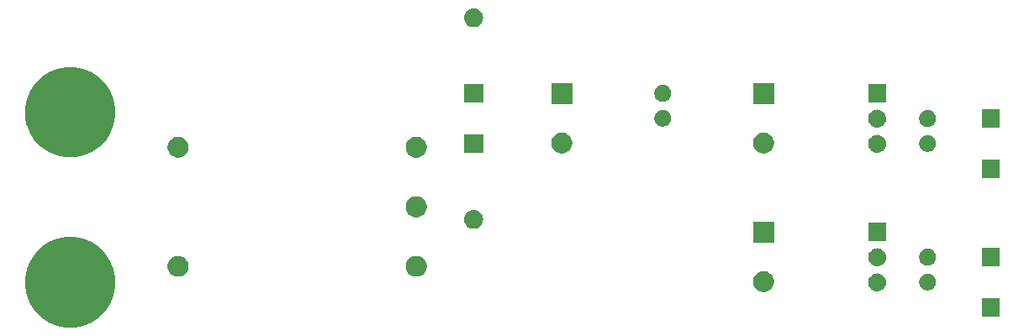
<source format=gts>
G04 #@! TF.GenerationSoftware,KiCad,Pcbnew,(5.0.1-3-g963ef8bb5)*
G04 #@! TF.CreationDate,2018-11-01T01:45:16+09:00*
G04 #@! TF.ProjectId,firstTraining,6669727374547261696E696E672E6B69,rev?*
G04 #@! TF.SameCoordinates,Original*
G04 #@! TF.FileFunction,Soldermask,Top*
G04 #@! TF.FilePolarity,Negative*
%FSLAX46Y46*%
G04 Gerber Fmt 4.6, Leading zero omitted, Abs format (unit mm)*
G04 Created by KiCad (PCBNEW (5.0.1-3-g963ef8bb5)) date 2018年11月01日 木曜日 01:45:16*
%MOMM*%
%LPD*%
G01*
G04 APERTURE LIST*
%ADD10C,0.100000*%
G04 APERTURE END LIST*
D10*
G36*
X74987475Y-89603892D02*
X74987477Y-89603893D01*
X74987478Y-89603893D01*
X75815707Y-89946956D01*
X76557727Y-90442759D01*
X76561096Y-90445010D01*
X77194990Y-91078904D01*
X77194992Y-91078907D01*
X77693044Y-91824293D01*
X77957817Y-92463514D01*
X78036108Y-92652525D01*
X78211000Y-93531764D01*
X78211000Y-94428236D01*
X78115050Y-94910610D01*
X78036107Y-95307478D01*
X77693044Y-96135707D01*
X77325447Y-96685854D01*
X77194990Y-96881096D01*
X76561096Y-97514990D01*
X76561093Y-97514992D01*
X75815707Y-98013044D01*
X74987478Y-98356107D01*
X74987477Y-98356107D01*
X74987475Y-98356108D01*
X74108236Y-98531000D01*
X73211764Y-98531000D01*
X72332525Y-98356108D01*
X72332523Y-98356107D01*
X72332522Y-98356107D01*
X71504293Y-98013044D01*
X70758907Y-97514992D01*
X70758904Y-97514990D01*
X70125010Y-96881096D01*
X69994553Y-96685854D01*
X69626956Y-96135707D01*
X69283893Y-95307478D01*
X69204951Y-94910610D01*
X69109000Y-94428236D01*
X69109000Y-93531764D01*
X69283892Y-92652525D01*
X69362183Y-92463514D01*
X69626956Y-91824293D01*
X70125008Y-91078907D01*
X70125010Y-91078904D01*
X70758904Y-90445010D01*
X70762273Y-90442759D01*
X71504293Y-89946956D01*
X72332522Y-89603893D01*
X72332523Y-89603893D01*
X72332525Y-89603892D01*
X73211764Y-89429000D01*
X74108236Y-89429000D01*
X74987475Y-89603892D01*
X74987475Y-89603892D01*
G37*
G36*
X167271000Y-97421000D02*
X165469000Y-97421000D01*
X165469000Y-95619000D01*
X167271000Y-95619000D01*
X167271000Y-97421000D01*
X167271000Y-97421000D01*
G37*
G36*
X143816565Y-92889389D02*
X144007834Y-92968615D01*
X144179976Y-93083637D01*
X144326363Y-93230024D01*
X144441385Y-93402166D01*
X144520611Y-93593435D01*
X144561000Y-93796484D01*
X144561000Y-94003516D01*
X144520611Y-94206565D01*
X144441385Y-94397834D01*
X144326363Y-94569976D01*
X144179976Y-94716363D01*
X144007834Y-94831385D01*
X143816565Y-94910611D01*
X143613516Y-94951000D01*
X143406484Y-94951000D01*
X143203435Y-94910611D01*
X143012166Y-94831385D01*
X142840024Y-94716363D01*
X142693637Y-94569976D01*
X142578615Y-94397834D01*
X142499389Y-94206565D01*
X142459000Y-94003516D01*
X142459000Y-93796484D01*
X142499389Y-93593435D01*
X142578615Y-93402166D01*
X142693637Y-93230024D01*
X142840024Y-93083637D01*
X143012166Y-92968615D01*
X143203435Y-92889389D01*
X143406484Y-92849000D01*
X143613516Y-92849000D01*
X143816565Y-92889389D01*
X143816565Y-92889389D01*
G37*
G36*
X155050443Y-93085519D02*
X155116627Y-93092037D01*
X155214423Y-93121703D01*
X155286467Y-93143557D01*
X155365596Y-93185853D01*
X155442991Y-93227222D01*
X155478729Y-93256552D01*
X155580186Y-93339814D01*
X155663448Y-93441271D01*
X155692778Y-93477009D01*
X155692779Y-93477011D01*
X155776443Y-93633533D01*
X155776443Y-93633534D01*
X155827963Y-93803373D01*
X155845359Y-93980000D01*
X155827963Y-94156627D01*
X155809554Y-94217312D01*
X155776443Y-94326467D01*
X155704133Y-94461747D01*
X155692778Y-94482991D01*
X155663448Y-94518729D01*
X155580186Y-94620186D01*
X155490064Y-94694146D01*
X155442991Y-94732778D01*
X155442989Y-94732779D01*
X155286467Y-94816443D01*
X155237212Y-94831384D01*
X155116627Y-94867963D01*
X155050443Y-94874481D01*
X154984260Y-94881000D01*
X154895740Y-94881000D01*
X154829557Y-94874481D01*
X154763373Y-94867963D01*
X154642788Y-94831384D01*
X154593533Y-94816443D01*
X154437011Y-94732779D01*
X154437009Y-94732778D01*
X154389936Y-94694146D01*
X154299814Y-94620186D01*
X154216552Y-94518729D01*
X154187222Y-94482991D01*
X154175867Y-94461747D01*
X154103557Y-94326467D01*
X154070446Y-94217312D01*
X154052037Y-94156627D01*
X154034641Y-93980000D01*
X154052037Y-93803373D01*
X154103557Y-93633534D01*
X154103557Y-93633533D01*
X154187221Y-93477011D01*
X154187222Y-93477009D01*
X154216552Y-93441271D01*
X154299814Y-93339814D01*
X154401271Y-93256552D01*
X154437009Y-93227222D01*
X154514404Y-93185853D01*
X154593533Y-93143557D01*
X154665577Y-93121703D01*
X154763373Y-93092037D01*
X154829557Y-93085519D01*
X154895740Y-93079000D01*
X154984260Y-93079000D01*
X155050443Y-93085519D01*
X155050443Y-93085519D01*
G37*
G36*
X160268228Y-93121703D02*
X160423100Y-93185853D01*
X160562481Y-93278985D01*
X160681015Y-93397519D01*
X160774147Y-93536900D01*
X160838297Y-93691772D01*
X160871000Y-93856184D01*
X160871000Y-94023816D01*
X160838297Y-94188228D01*
X160774147Y-94343100D01*
X160681015Y-94482481D01*
X160562481Y-94601015D01*
X160423100Y-94694147D01*
X160268228Y-94758297D01*
X160103816Y-94791000D01*
X159936184Y-94791000D01*
X159771772Y-94758297D01*
X159616900Y-94694147D01*
X159477519Y-94601015D01*
X159358985Y-94482481D01*
X159265853Y-94343100D01*
X159201703Y-94188228D01*
X159169000Y-94023816D01*
X159169000Y-93856184D01*
X159201703Y-93691772D01*
X159265853Y-93536900D01*
X159358985Y-93397519D01*
X159477519Y-93278985D01*
X159616900Y-93185853D01*
X159771772Y-93121703D01*
X159936184Y-93089000D01*
X160103816Y-93089000D01*
X160268228Y-93121703D01*
X160268228Y-93121703D01*
G37*
G36*
X108826565Y-91349389D02*
X109017834Y-91428615D01*
X109189976Y-91543637D01*
X109336363Y-91690024D01*
X109451385Y-91862166D01*
X109530611Y-92053435D01*
X109571000Y-92256484D01*
X109571000Y-92463516D01*
X109530611Y-92666565D01*
X109451385Y-92857834D01*
X109336363Y-93029976D01*
X109189976Y-93176363D01*
X109017834Y-93291385D01*
X108826565Y-93370611D01*
X108623516Y-93411000D01*
X108416484Y-93411000D01*
X108213435Y-93370611D01*
X108022166Y-93291385D01*
X107850024Y-93176363D01*
X107703637Y-93029976D01*
X107588615Y-92857834D01*
X107509389Y-92666565D01*
X107469000Y-92463516D01*
X107469000Y-92256484D01*
X107509389Y-92053435D01*
X107588615Y-91862166D01*
X107703637Y-91690024D01*
X107850024Y-91543637D01*
X108022166Y-91428615D01*
X108213435Y-91349389D01*
X108416484Y-91309000D01*
X108623516Y-91309000D01*
X108826565Y-91349389D01*
X108826565Y-91349389D01*
G37*
G36*
X84826565Y-91349389D02*
X85017834Y-91428615D01*
X85189976Y-91543637D01*
X85336363Y-91690024D01*
X85451385Y-91862166D01*
X85530611Y-92053435D01*
X85571000Y-92256484D01*
X85571000Y-92463516D01*
X85530611Y-92666565D01*
X85451385Y-92857834D01*
X85336363Y-93029976D01*
X85189976Y-93176363D01*
X85017834Y-93291385D01*
X84826565Y-93370611D01*
X84623516Y-93411000D01*
X84416484Y-93411000D01*
X84213435Y-93370611D01*
X84022166Y-93291385D01*
X83850024Y-93176363D01*
X83703637Y-93029976D01*
X83588615Y-92857834D01*
X83509389Y-92666565D01*
X83469000Y-92463516D01*
X83469000Y-92256484D01*
X83509389Y-92053435D01*
X83588615Y-91862166D01*
X83703637Y-91690024D01*
X83850024Y-91543637D01*
X84022166Y-91428615D01*
X84213435Y-91349389D01*
X84416484Y-91309000D01*
X84623516Y-91309000D01*
X84826565Y-91349389D01*
X84826565Y-91349389D01*
G37*
G36*
X167271000Y-92341000D02*
X165469000Y-92341000D01*
X165469000Y-90539000D01*
X167271000Y-90539000D01*
X167271000Y-92341000D01*
X167271000Y-92341000D01*
G37*
G36*
X155050443Y-90545519D02*
X155116627Y-90552037D01*
X155229853Y-90586384D01*
X155286467Y-90603557D01*
X155381481Y-90654344D01*
X155442991Y-90687222D01*
X155478729Y-90716552D01*
X155580186Y-90799814D01*
X155660369Y-90897519D01*
X155692778Y-90937009D01*
X155692779Y-90937011D01*
X155776443Y-91093533D01*
X155776443Y-91093534D01*
X155827963Y-91263373D01*
X155845359Y-91440000D01*
X155827963Y-91616627D01*
X155806243Y-91688228D01*
X155776443Y-91786467D01*
X155735981Y-91862165D01*
X155692778Y-91942991D01*
X155663448Y-91978729D01*
X155580186Y-92080186D01*
X155478729Y-92163448D01*
X155442991Y-92192778D01*
X155442989Y-92192779D01*
X155286467Y-92276443D01*
X155238478Y-92291000D01*
X155116627Y-92327963D01*
X155050443Y-92334481D01*
X154984260Y-92341000D01*
X154895740Y-92341000D01*
X154829557Y-92334481D01*
X154763373Y-92327963D01*
X154641522Y-92291000D01*
X154593533Y-92276443D01*
X154437011Y-92192779D01*
X154437009Y-92192778D01*
X154401271Y-92163448D01*
X154299814Y-92080186D01*
X154216552Y-91978729D01*
X154187222Y-91942991D01*
X154144019Y-91862165D01*
X154103557Y-91786467D01*
X154073757Y-91688228D01*
X154052037Y-91616627D01*
X154034641Y-91440000D01*
X154052037Y-91263373D01*
X154103557Y-91093534D01*
X154103557Y-91093533D01*
X154187221Y-90937011D01*
X154187222Y-90937009D01*
X154219631Y-90897519D01*
X154299814Y-90799814D01*
X154401271Y-90716552D01*
X154437009Y-90687222D01*
X154498519Y-90654344D01*
X154593533Y-90603557D01*
X154650147Y-90586384D01*
X154763373Y-90552037D01*
X154829558Y-90545518D01*
X154895740Y-90539000D01*
X154984260Y-90539000D01*
X155050443Y-90545519D01*
X155050443Y-90545519D01*
G37*
G36*
X160268228Y-90621703D02*
X160423100Y-90685853D01*
X160562481Y-90778985D01*
X160681015Y-90897519D01*
X160774147Y-91036900D01*
X160838297Y-91191772D01*
X160871000Y-91356184D01*
X160871000Y-91523816D01*
X160838297Y-91688228D01*
X160774147Y-91843100D01*
X160681015Y-91982481D01*
X160562481Y-92101015D01*
X160423100Y-92194147D01*
X160268228Y-92258297D01*
X160103816Y-92291000D01*
X159936184Y-92291000D01*
X159771772Y-92258297D01*
X159616900Y-92194147D01*
X159477519Y-92101015D01*
X159358985Y-91982481D01*
X159265853Y-91843100D01*
X159201703Y-91688228D01*
X159169000Y-91523816D01*
X159169000Y-91356184D01*
X159201703Y-91191772D01*
X159265853Y-91036900D01*
X159358985Y-90897519D01*
X159477519Y-90778985D01*
X159616900Y-90685853D01*
X159771772Y-90621703D01*
X159936184Y-90589000D01*
X160103816Y-90589000D01*
X160268228Y-90621703D01*
X160268228Y-90621703D01*
G37*
G36*
X144561000Y-89951000D02*
X142459000Y-89951000D01*
X142459000Y-87849000D01*
X144561000Y-87849000D01*
X144561000Y-89951000D01*
X144561000Y-89951000D01*
G37*
G36*
X155841000Y-89801000D02*
X154039000Y-89801000D01*
X154039000Y-87999000D01*
X155841000Y-87999000D01*
X155841000Y-89801000D01*
X155841000Y-89801000D01*
G37*
G36*
X114486425Y-86692760D02*
X114486428Y-86692761D01*
X114486429Y-86692761D01*
X114665693Y-86747140D01*
X114665695Y-86747141D01*
X114830905Y-86835448D01*
X114975712Y-86954288D01*
X115094552Y-87099095D01*
X115094553Y-87099097D01*
X115182860Y-87264307D01*
X115237239Y-87443571D01*
X115237240Y-87443575D01*
X115255601Y-87630000D01*
X115237240Y-87816425D01*
X115237239Y-87816428D01*
X115237239Y-87816429D01*
X115227359Y-87849000D01*
X115182859Y-87995695D01*
X115094552Y-88160905D01*
X114975712Y-88305712D01*
X114830905Y-88424552D01*
X114830903Y-88424553D01*
X114665693Y-88512860D01*
X114486429Y-88567239D01*
X114486428Y-88567239D01*
X114486425Y-88567240D01*
X114346718Y-88581000D01*
X114253282Y-88581000D01*
X114113575Y-88567240D01*
X114113572Y-88567239D01*
X114113571Y-88567239D01*
X113934307Y-88512860D01*
X113769097Y-88424553D01*
X113769095Y-88424552D01*
X113624288Y-88305712D01*
X113505448Y-88160905D01*
X113417141Y-87995695D01*
X113372642Y-87849000D01*
X113362761Y-87816429D01*
X113362761Y-87816428D01*
X113362760Y-87816425D01*
X113344399Y-87630000D01*
X113362760Y-87443575D01*
X113362761Y-87443571D01*
X113417140Y-87264307D01*
X113505447Y-87099097D01*
X113505448Y-87099095D01*
X113624288Y-86954288D01*
X113769095Y-86835448D01*
X113934305Y-86747141D01*
X113934307Y-86747140D01*
X114113571Y-86692761D01*
X114113572Y-86692761D01*
X114113575Y-86692760D01*
X114253282Y-86679000D01*
X114346718Y-86679000D01*
X114486425Y-86692760D01*
X114486425Y-86692760D01*
G37*
G36*
X108826565Y-85349389D02*
X109017834Y-85428615D01*
X109189976Y-85543637D01*
X109336363Y-85690024D01*
X109451385Y-85862166D01*
X109530611Y-86053435D01*
X109571000Y-86256484D01*
X109571000Y-86463516D01*
X109530611Y-86666565D01*
X109451385Y-86857834D01*
X109336363Y-87029976D01*
X109189976Y-87176363D01*
X109017834Y-87291385D01*
X108826565Y-87370611D01*
X108623516Y-87411000D01*
X108416484Y-87411000D01*
X108213435Y-87370611D01*
X108022166Y-87291385D01*
X107850024Y-87176363D01*
X107703637Y-87029976D01*
X107588615Y-86857834D01*
X107509389Y-86666565D01*
X107469000Y-86463516D01*
X107469000Y-86256484D01*
X107509389Y-86053435D01*
X107588615Y-85862166D01*
X107703637Y-85690024D01*
X107850024Y-85543637D01*
X108022166Y-85428615D01*
X108213435Y-85349389D01*
X108416484Y-85309000D01*
X108623516Y-85309000D01*
X108826565Y-85349389D01*
X108826565Y-85349389D01*
G37*
G36*
X167271000Y-83451000D02*
X165469000Y-83451000D01*
X165469000Y-81649000D01*
X167271000Y-81649000D01*
X167271000Y-83451000D01*
X167271000Y-83451000D01*
G37*
G36*
X108826565Y-79349389D02*
X109017834Y-79428615D01*
X109189976Y-79543637D01*
X109336363Y-79690024D01*
X109451385Y-79862166D01*
X109530611Y-80053435D01*
X109571000Y-80256484D01*
X109571000Y-80463516D01*
X109530611Y-80666565D01*
X109451385Y-80857834D01*
X109336363Y-81029976D01*
X109189976Y-81176363D01*
X109017834Y-81291385D01*
X108826565Y-81370611D01*
X108623516Y-81411000D01*
X108416484Y-81411000D01*
X108213435Y-81370611D01*
X108022166Y-81291385D01*
X107850024Y-81176363D01*
X107703637Y-81029976D01*
X107588615Y-80857834D01*
X107509389Y-80666565D01*
X107469000Y-80463516D01*
X107469000Y-80256484D01*
X107509389Y-80053435D01*
X107588615Y-79862166D01*
X107703637Y-79690024D01*
X107850024Y-79543637D01*
X108022166Y-79428615D01*
X108213435Y-79349389D01*
X108416484Y-79309000D01*
X108623516Y-79309000D01*
X108826565Y-79349389D01*
X108826565Y-79349389D01*
G37*
G36*
X84826565Y-79349389D02*
X85017834Y-79428615D01*
X85189976Y-79543637D01*
X85336363Y-79690024D01*
X85451385Y-79862166D01*
X85530611Y-80053435D01*
X85571000Y-80256484D01*
X85571000Y-80463516D01*
X85530611Y-80666565D01*
X85451385Y-80857834D01*
X85336363Y-81029976D01*
X85189976Y-81176363D01*
X85017834Y-81291385D01*
X84826565Y-81370611D01*
X84623516Y-81411000D01*
X84416484Y-81411000D01*
X84213435Y-81370611D01*
X84022166Y-81291385D01*
X83850024Y-81176363D01*
X83703637Y-81029976D01*
X83588615Y-80857834D01*
X83509389Y-80666565D01*
X83469000Y-80463516D01*
X83469000Y-80256484D01*
X83509389Y-80053435D01*
X83588615Y-79862166D01*
X83703637Y-79690024D01*
X83850024Y-79543637D01*
X84022166Y-79428615D01*
X84213435Y-79349389D01*
X84416484Y-79309000D01*
X84623516Y-79309000D01*
X84826565Y-79349389D01*
X84826565Y-79349389D01*
G37*
G36*
X74987475Y-72468893D02*
X74987477Y-72468894D01*
X74987478Y-72468894D01*
X75815707Y-72811957D01*
X76557727Y-73307760D01*
X76561096Y-73310011D01*
X77194990Y-73943905D01*
X77194992Y-73943908D01*
X77693044Y-74689294D01*
X78017450Y-75472481D01*
X78036108Y-75517526D01*
X78211000Y-76396765D01*
X78211000Y-77293237D01*
X78052312Y-78091015D01*
X78036107Y-78172479D01*
X77693044Y-79000708D01*
X77325447Y-79550855D01*
X77194990Y-79746097D01*
X76561096Y-80379991D01*
X76561093Y-80379993D01*
X75815707Y-80878045D01*
X74987478Y-81221108D01*
X74987477Y-81221108D01*
X74987475Y-81221109D01*
X74108236Y-81396001D01*
X73211764Y-81396001D01*
X72332525Y-81221109D01*
X72332523Y-81221108D01*
X72332522Y-81221108D01*
X71504293Y-80878045D01*
X70758907Y-80379993D01*
X70758904Y-80379991D01*
X70125010Y-79746097D01*
X69994553Y-79550855D01*
X69626956Y-79000708D01*
X69283893Y-78172479D01*
X69267689Y-78091015D01*
X69109000Y-77293237D01*
X69109000Y-76396765D01*
X69283892Y-75517526D01*
X69302550Y-75472481D01*
X69626956Y-74689294D01*
X70125008Y-73943908D01*
X70125010Y-73943905D01*
X70758904Y-73310011D01*
X70762273Y-73307760D01*
X71504293Y-72811957D01*
X72332522Y-72468894D01*
X72332523Y-72468894D01*
X72332525Y-72468893D01*
X73211764Y-72294001D01*
X74108236Y-72294001D01*
X74987475Y-72468893D01*
X74987475Y-72468893D01*
G37*
G36*
X143816565Y-78919389D02*
X144007834Y-78998615D01*
X144179976Y-79113637D01*
X144326363Y-79260024D01*
X144441385Y-79432166D01*
X144520611Y-79623435D01*
X144561000Y-79826484D01*
X144561000Y-80033516D01*
X144520611Y-80236565D01*
X144441385Y-80427834D01*
X144326363Y-80599976D01*
X144179976Y-80746363D01*
X144007834Y-80861385D01*
X143816565Y-80940611D01*
X143613516Y-80981000D01*
X143406484Y-80981000D01*
X143203435Y-80940611D01*
X143012166Y-80861385D01*
X142840024Y-80746363D01*
X142693637Y-80599976D01*
X142578615Y-80427834D01*
X142499389Y-80236565D01*
X142459000Y-80033516D01*
X142459000Y-79826484D01*
X142499389Y-79623435D01*
X142578615Y-79432166D01*
X142693637Y-79260024D01*
X142840024Y-79113637D01*
X143012166Y-78998615D01*
X143203435Y-78919389D01*
X143406484Y-78879000D01*
X143613516Y-78879000D01*
X143816565Y-78919389D01*
X143816565Y-78919389D01*
G37*
G36*
X123496565Y-78919389D02*
X123687834Y-78998615D01*
X123859976Y-79113637D01*
X124006363Y-79260024D01*
X124121385Y-79432166D01*
X124200611Y-79623435D01*
X124241000Y-79826484D01*
X124241000Y-80033516D01*
X124200611Y-80236565D01*
X124121385Y-80427834D01*
X124006363Y-80599976D01*
X123859976Y-80746363D01*
X123687834Y-80861385D01*
X123496565Y-80940611D01*
X123293516Y-80981000D01*
X123086484Y-80981000D01*
X122883435Y-80940611D01*
X122692166Y-80861385D01*
X122520024Y-80746363D01*
X122373637Y-80599976D01*
X122258615Y-80427834D01*
X122179389Y-80236565D01*
X122139000Y-80033516D01*
X122139000Y-79826484D01*
X122179389Y-79623435D01*
X122258615Y-79432166D01*
X122373637Y-79260024D01*
X122520024Y-79113637D01*
X122692166Y-78998615D01*
X122883435Y-78919389D01*
X123086484Y-78879000D01*
X123293516Y-78879000D01*
X123496565Y-78919389D01*
X123496565Y-78919389D01*
G37*
G36*
X115251000Y-80961000D02*
X113349000Y-80961000D01*
X113349000Y-79059000D01*
X115251000Y-79059000D01*
X115251000Y-80961000D01*
X115251000Y-80961000D01*
G37*
G36*
X155050443Y-79115519D02*
X155116627Y-79122037D01*
X155214423Y-79151703D01*
X155286467Y-79173557D01*
X155365596Y-79215853D01*
X155442991Y-79257222D01*
X155471757Y-79280830D01*
X155580186Y-79369814D01*
X155631355Y-79432165D01*
X155692778Y-79507009D01*
X155692779Y-79507011D01*
X155776443Y-79663533D01*
X155776443Y-79663534D01*
X155827963Y-79833373D01*
X155845359Y-80010000D01*
X155827963Y-80186627D01*
X155802871Y-80269345D01*
X155776443Y-80356467D01*
X155738296Y-80427834D01*
X155692778Y-80512991D01*
X155671129Y-80539370D01*
X155580186Y-80650186D01*
X155493896Y-80721001D01*
X155442991Y-80762778D01*
X155442989Y-80762779D01*
X155286467Y-80846443D01*
X155248915Y-80857834D01*
X155116627Y-80897963D01*
X155050442Y-80904482D01*
X154984260Y-80911000D01*
X154895740Y-80911000D01*
X154829558Y-80904482D01*
X154763373Y-80897963D01*
X154631085Y-80857834D01*
X154593533Y-80846443D01*
X154437011Y-80762779D01*
X154437009Y-80762778D01*
X154386104Y-80721001D01*
X154299814Y-80650186D01*
X154208871Y-80539370D01*
X154187222Y-80512991D01*
X154141704Y-80427834D01*
X154103557Y-80356467D01*
X154077129Y-80269345D01*
X154052037Y-80186627D01*
X154034641Y-80010000D01*
X154052037Y-79833373D01*
X154103557Y-79663534D01*
X154103557Y-79663533D01*
X154187221Y-79507011D01*
X154187222Y-79507009D01*
X154248645Y-79432165D01*
X154299814Y-79369814D01*
X154408243Y-79280830D01*
X154437009Y-79257222D01*
X154514404Y-79215853D01*
X154593533Y-79173557D01*
X154665577Y-79151703D01*
X154763373Y-79122037D01*
X154829557Y-79115519D01*
X154895740Y-79109000D01*
X154984260Y-79109000D01*
X155050443Y-79115519D01*
X155050443Y-79115519D01*
G37*
G36*
X160268228Y-79151703D02*
X160423100Y-79215853D01*
X160562481Y-79308985D01*
X160681015Y-79427519D01*
X160774147Y-79566900D01*
X160838297Y-79721772D01*
X160871000Y-79886184D01*
X160871000Y-80053816D01*
X160838297Y-80218228D01*
X160774147Y-80373100D01*
X160681015Y-80512481D01*
X160562481Y-80631015D01*
X160423100Y-80724147D01*
X160268228Y-80788297D01*
X160103816Y-80821000D01*
X159936184Y-80821000D01*
X159771772Y-80788297D01*
X159616900Y-80724147D01*
X159477519Y-80631015D01*
X159358985Y-80512481D01*
X159265853Y-80373100D01*
X159201703Y-80218228D01*
X159169000Y-80053816D01*
X159169000Y-79886184D01*
X159201703Y-79721772D01*
X159265853Y-79566900D01*
X159358985Y-79427519D01*
X159477519Y-79308985D01*
X159616900Y-79215853D01*
X159771772Y-79151703D01*
X159936184Y-79119000D01*
X160103816Y-79119000D01*
X160268228Y-79151703D01*
X160268228Y-79151703D01*
G37*
G36*
X155050443Y-76575519D02*
X155116627Y-76582037D01*
X155201190Y-76607689D01*
X155286467Y-76633557D01*
X155365596Y-76675853D01*
X155442991Y-76717222D01*
X155478729Y-76746552D01*
X155580186Y-76829814D01*
X155633144Y-76894345D01*
X155692778Y-76967009D01*
X155692779Y-76967011D01*
X155776443Y-77123533D01*
X155793616Y-77180147D01*
X155827963Y-77293373D01*
X155845359Y-77470000D01*
X155827963Y-77646627D01*
X155818377Y-77678228D01*
X155776443Y-77816467D01*
X155702348Y-77955087D01*
X155692778Y-77972991D01*
X155663448Y-78008729D01*
X155580186Y-78110186D01*
X155490064Y-78184146D01*
X155442991Y-78222778D01*
X155442989Y-78222779D01*
X155286467Y-78306443D01*
X155238478Y-78321000D01*
X155116627Y-78357963D01*
X155050443Y-78364481D01*
X154984260Y-78371000D01*
X154895740Y-78371000D01*
X154829557Y-78364481D01*
X154763373Y-78357963D01*
X154641522Y-78321000D01*
X154593533Y-78306443D01*
X154437011Y-78222779D01*
X154437009Y-78222778D01*
X154389936Y-78184146D01*
X154299814Y-78110186D01*
X154216552Y-78008729D01*
X154187222Y-77972991D01*
X154177652Y-77955087D01*
X154103557Y-77816467D01*
X154061623Y-77678228D01*
X154052037Y-77646627D01*
X154034641Y-77470000D01*
X154052037Y-77293373D01*
X154086384Y-77180147D01*
X154103557Y-77123533D01*
X154187221Y-76967011D01*
X154187222Y-76967009D01*
X154246856Y-76894345D01*
X154299814Y-76829814D01*
X154401271Y-76746552D01*
X154437009Y-76717222D01*
X154514404Y-76675853D01*
X154593533Y-76633557D01*
X154678810Y-76607689D01*
X154763373Y-76582037D01*
X154829557Y-76575519D01*
X154895740Y-76569000D01*
X154984260Y-76569000D01*
X155050443Y-76575519D01*
X155050443Y-76575519D01*
G37*
G36*
X167271000Y-78371000D02*
X165469000Y-78371000D01*
X165469000Y-76569000D01*
X167271000Y-76569000D01*
X167271000Y-78371000D01*
X167271000Y-78371000D01*
G37*
G36*
X160268228Y-76651703D02*
X160423100Y-76715853D01*
X160562481Y-76808985D01*
X160681015Y-76927519D01*
X160774147Y-77066900D01*
X160838297Y-77221772D01*
X160871000Y-77386184D01*
X160871000Y-77553816D01*
X160838297Y-77718228D01*
X160774147Y-77873100D01*
X160681015Y-78012481D01*
X160562481Y-78131015D01*
X160423100Y-78224147D01*
X160268228Y-78288297D01*
X160103816Y-78321000D01*
X159936184Y-78321000D01*
X159771772Y-78288297D01*
X159616900Y-78224147D01*
X159477519Y-78131015D01*
X159358985Y-78012481D01*
X159265853Y-77873100D01*
X159201703Y-77718228D01*
X159169000Y-77553816D01*
X159169000Y-77386184D01*
X159201703Y-77221772D01*
X159265853Y-77066900D01*
X159358985Y-76927519D01*
X159477519Y-76808985D01*
X159616900Y-76715853D01*
X159771772Y-76651703D01*
X159936184Y-76619000D01*
X160103816Y-76619000D01*
X160268228Y-76651703D01*
X160268228Y-76651703D01*
G37*
G36*
X133598228Y-76611703D02*
X133753100Y-76675853D01*
X133892481Y-76768985D01*
X134011015Y-76887519D01*
X134104147Y-77026900D01*
X134168297Y-77181772D01*
X134201000Y-77346184D01*
X134201000Y-77513816D01*
X134168297Y-77678228D01*
X134104147Y-77833100D01*
X134011015Y-77972481D01*
X133892481Y-78091015D01*
X133753100Y-78184147D01*
X133598228Y-78248297D01*
X133433816Y-78281000D01*
X133266184Y-78281000D01*
X133101772Y-78248297D01*
X132946900Y-78184147D01*
X132807519Y-78091015D01*
X132688985Y-77972481D01*
X132595853Y-77833100D01*
X132531703Y-77678228D01*
X132499000Y-77513816D01*
X132499000Y-77346184D01*
X132531703Y-77181772D01*
X132595853Y-77026900D01*
X132688985Y-76887519D01*
X132807519Y-76768985D01*
X132946900Y-76675853D01*
X133101772Y-76611703D01*
X133266184Y-76579000D01*
X133433816Y-76579000D01*
X133598228Y-76611703D01*
X133598228Y-76611703D01*
G37*
G36*
X144561000Y-75981000D02*
X142459000Y-75981000D01*
X142459000Y-73879000D01*
X144561000Y-73879000D01*
X144561000Y-75981000D01*
X144561000Y-75981000D01*
G37*
G36*
X124241000Y-75981000D02*
X122139000Y-75981000D01*
X122139000Y-73879000D01*
X124241000Y-73879000D01*
X124241000Y-75981000D01*
X124241000Y-75981000D01*
G37*
G36*
X115251000Y-75881000D02*
X113349000Y-75881000D01*
X113349000Y-73979000D01*
X115251000Y-73979000D01*
X115251000Y-75881000D01*
X115251000Y-75881000D01*
G37*
G36*
X155841000Y-75831000D02*
X154039000Y-75831000D01*
X154039000Y-74029000D01*
X155841000Y-74029000D01*
X155841000Y-75831000D01*
X155841000Y-75831000D01*
G37*
G36*
X133598228Y-74111703D02*
X133753100Y-74175853D01*
X133892481Y-74268985D01*
X134011015Y-74387519D01*
X134104147Y-74526900D01*
X134168297Y-74681772D01*
X134201000Y-74846184D01*
X134201000Y-75013816D01*
X134168297Y-75178228D01*
X134104147Y-75333100D01*
X134011015Y-75472481D01*
X133892481Y-75591015D01*
X133753100Y-75684147D01*
X133598228Y-75748297D01*
X133433816Y-75781000D01*
X133266184Y-75781000D01*
X133101772Y-75748297D01*
X132946900Y-75684147D01*
X132807519Y-75591015D01*
X132688985Y-75472481D01*
X132595853Y-75333100D01*
X132531703Y-75178228D01*
X132499000Y-75013816D01*
X132499000Y-74846184D01*
X132531703Y-74681772D01*
X132595853Y-74526900D01*
X132688985Y-74387519D01*
X132807519Y-74268985D01*
X132946900Y-74175853D01*
X133101772Y-74111703D01*
X133266184Y-74079000D01*
X133433816Y-74079000D01*
X133598228Y-74111703D01*
X133598228Y-74111703D01*
G37*
G36*
X114486425Y-66372760D02*
X114486428Y-66372761D01*
X114486429Y-66372761D01*
X114665693Y-66427140D01*
X114665695Y-66427141D01*
X114830905Y-66515448D01*
X114975712Y-66634288D01*
X115094552Y-66779095D01*
X115182859Y-66944305D01*
X115237240Y-67123575D01*
X115255601Y-67310000D01*
X115237240Y-67496425D01*
X115182859Y-67675695D01*
X115094552Y-67840905D01*
X114975712Y-67985712D01*
X114830905Y-68104552D01*
X114830903Y-68104553D01*
X114665693Y-68192860D01*
X114486429Y-68247239D01*
X114486428Y-68247239D01*
X114486425Y-68247240D01*
X114346718Y-68261000D01*
X114253282Y-68261000D01*
X114113575Y-68247240D01*
X114113572Y-68247239D01*
X114113571Y-68247239D01*
X113934307Y-68192860D01*
X113769097Y-68104553D01*
X113769095Y-68104552D01*
X113624288Y-67985712D01*
X113505448Y-67840905D01*
X113417141Y-67675695D01*
X113362760Y-67496425D01*
X113344399Y-67310000D01*
X113362760Y-67123575D01*
X113417141Y-66944305D01*
X113505448Y-66779095D01*
X113624288Y-66634288D01*
X113769095Y-66515448D01*
X113934305Y-66427141D01*
X113934307Y-66427140D01*
X114113571Y-66372761D01*
X114113572Y-66372761D01*
X114113575Y-66372760D01*
X114253282Y-66359000D01*
X114346718Y-66359000D01*
X114486425Y-66372760D01*
X114486425Y-66372760D01*
G37*
M02*

</source>
